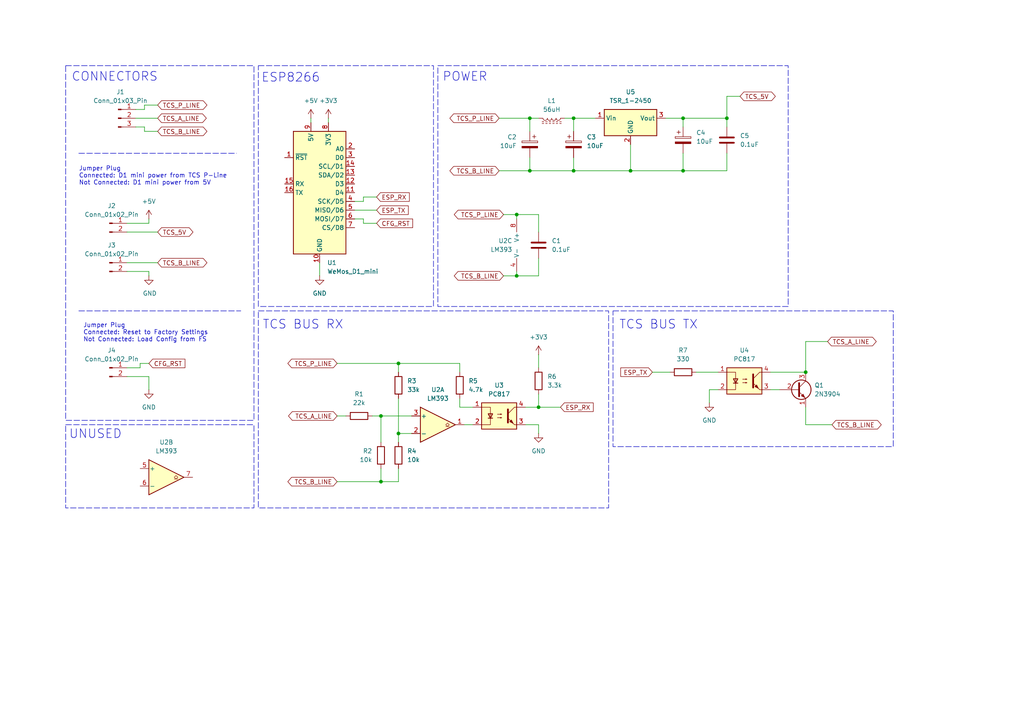
<source format=kicad_sch>
(kicad_sch (version 20231120) (generator "eeschema") (generator_version "8.0")
  (paper "A4")
  (lib_symbols
    (symbol "Comparator:LM393" (pin_names (offset 0.127))
      (property "Reference" "U" (at 3.81 3.81 0))
      (property "Value" "LM393" (at 6.35 -3.81 0))
      (symbol "LM393_1_1"
        (polyline (pts (xy -5.08 5.08) (xy 5.08 0) (xy -5.08 -5.08) (xy -5.08 5.08)) (stroke (width 0.254)) (fill (type background)))
        (polyline (pts (xy 3.302 -0.508) (xy 2.794 -0.508) (xy 3.302 0) (xy 2.794 0.508) (xy 2.286 0) (xy 2.794 -0.508) (xy 2.286 -0.508)) (stroke (width 0.127)))
        (pin open_collector line (at 7.62 0 180) (length 2.54) (name "~") (number "1"))
        (pin input line (at -7.62 -2.54 0) (length 2.54) (name "-") (number "2"))
        (pin input line (at -7.62 2.54 0) (length 2.54) (name "+") (number "3"))
      )
      (symbol "LM393_2_1"
        (polyline (pts (xy -5.08 5.08) (xy 5.08 0) (xy -5.08 -5.08) (xy -5.08 5.08)) (stroke (width 0.254)) (fill (type background)))
        (polyline (pts (xy 3.302 -0.508) (xy 2.794 -0.508) (xy 3.302 0) (xy 2.794 0.508) (xy 2.286 0) (xy 2.794 -0.508) (xy 2.286 -0.508)) (stroke (width 0.127)))
        (pin input line (at -7.62 2.54 0) (length 2.54) (name "+") (number "5"))
        (pin input line (at -7.62 -2.54 0) (length 2.54) (name "-") (number "6"))
        (pin open_collector line (at 7.62 0 180) (length 2.54) (name "~") (number "7"))
      )
      (symbol "LM393_3_1"
        (pin power_in line (at -2.54 -7.62 90) (length 3.81) (name "V-") (number "4"))
        (pin power_in line (at -2.54 7.62 270) (length 3.81) (name "V+") (number "8"))
      )
    )
    (symbol "Connector:Conn_01x02_Pin" (pin_names (offset 1.016) hide)
      (property "Reference" "J" (at 0 2.54 0))
      (property "Value" "Conn_01x02_Pin" (at 0 -5.08 0))
      (symbol "Conn_01x02_Pin_1_1"
        (polyline (pts (xy 1.27 -2.54) (xy 0.8636 -2.54)) (stroke (width 0.1524)))
        (polyline (pts (xy 1.27 0) (xy 0.8636 0)) (stroke (width 0.1524)))
        (rectangle (start 0.8636 -2.413) (end 0 -2.667) (stroke (width 0.1524)) (fill (type outline)))
        (rectangle (start 0.8636 0.127) (end 0 -0.127) (stroke (width 0.1524)) (fill (type outline)))
        (pin passive line (at 5.08 0 180) (length 3.81) (name "Pin_1") (number "1"))
        (pin passive line (at 5.08 -2.54 180) (length 3.81) (name "Pin_2") (number "2"))
      )
    )
    (symbol "Connector:Conn_01x03_Pin" (pin_names (offset 1.016) hide)
      (property "Reference" "J" (at 0 5.08 0))
      (property "Value" "Conn_01x03_Pin" (at 0 -5.08 0))
      (symbol "Conn_01x03_Pin_1_1"
        (polyline (pts (xy 1.27 -2.54) (xy 0.8636 -2.54)) (stroke (width 0.1524)))
        (polyline (pts (xy 1.27 0) (xy 0.8636 0)) (stroke (width 0.1524)))
        (polyline (pts (xy 1.27 2.54) (xy 0.8636 2.54)) (stroke (width 0.1524)))
        (rectangle (start 0.8636 -2.413) (end 0 -2.667) (stroke (width 0.1524)) (fill (type outline)))
        (rectangle (start 0.8636 0.127) (end 0 -0.127) (stroke (width 0.1524)) (fill (type outline)))
        (rectangle (start 0.8636 2.667) (end 0 2.413) (stroke (width 0.1524)) (fill (type outline)))
        (pin passive line (at 5.08 2.54 180) (length 3.81) (name "Pin_1") (number "1"))
        (pin passive line (at 5.08 0 180) (length 3.81) (name "Pin_2") (number "2"))
        (pin passive line (at 5.08 -2.54 180) (length 3.81) (name "Pin_3") (number "3"))
      )
    )
    (symbol "Device:C" (pin_numbers hide) (pin_names (offset 0.254))
      (property "Reference" "C" (at 0.635 2.54 0))
      (property "Value" "C" (at 0.635 -2.54 0))
      (symbol "C_0_1"
        (polyline (pts (xy -2.032 -0.762) (xy 2.032 -0.762)) (stroke (width 0.508)))
        (polyline (pts (xy -2.032 0.762) (xy 2.032 0.762)) (stroke (width 0.508)))
      )
      (symbol "C_1_1"
        (pin passive line (at 0 3.81 270) (length 2.794) (name "~") (number "1"))
        (pin passive line (at 0 -3.81 90) (length 2.794) (name "~") (number "2"))
      )
    )
    (symbol "Device:C_Polarized" (pin_numbers hide) (pin_names (offset 0.254))
      (property "Reference" "C" (at 0.635 2.54 0))
      (property "Value" "C_Polarized" (at 0.635 -2.54 0))
      (symbol "C_Polarized_0_1"
        (rectangle (start -2.286 0.508) (end 2.286 1.016))
        (polyline (pts (xy -1.778 2.286) (xy -0.762 2.286)))
        (polyline (pts (xy -1.27 2.794) (xy -1.27 1.778)))
        (rectangle (start 2.286 -0.508) (end -2.286 -1.016) (fill (type outline)))
      )
      (symbol "C_Polarized_1_1"
        (pin passive line (at 0 3.81 270) (length 2.794) (name "~") (number "1"))
        (pin passive line (at 0 -3.81 90) (length 2.794) (name "~") (number "2"))
      )
    )
    (symbol "Device:L_Ferrite" (pin_numbers hide) (pin_names (offset 1.016) hide)
      (property "Reference" "L" (at -1.27 0 90))
      (property "Value" "L_Ferrite" (at 2.794 0 90))
      (symbol "L_Ferrite_0_1"
        (arc (start 0 -2.54) (mid 0.6323 -1.905) (end 0 -1.27))
        (arc (start 0 -1.27) (mid 0.6323 -0.635) (end 0 0))
        (polyline (pts (xy 1.016 -2.794) (xy 1.016 -2.286)))
        (polyline (pts (xy 1.016 -1.778) (xy 1.016 -1.27)))
        (polyline (pts (xy 1.016 -0.762) (xy 1.016 -0.254)))
        (polyline (pts (xy 1.016 0.254) (xy 1.016 0.762)))
        (polyline (pts (xy 1.016 1.27) (xy 1.016 1.778)))
        (polyline (pts (xy 1.016 2.286) (xy 1.016 2.794)))
        (polyline (pts (xy 1.524 -2.286) (xy 1.524 -2.794)))
        (polyline (pts (xy 1.524 -1.27) (xy 1.524 -1.778)))
        (polyline (pts (xy 1.524 -0.254) (xy 1.524 -0.762)))
        (polyline (pts (xy 1.524 0.762) (xy 1.524 0.254)))
        (polyline (pts (xy 1.524 1.778) (xy 1.524 1.27)))
        (polyline (pts (xy 1.524 2.794) (xy 1.524 2.286)))
        (arc (start 0 0) (mid 0.6323 0.635) (end 0 1.27))
        (arc (start 0 1.27) (mid 0.6323 1.905) (end 0 2.54))
      )
      (symbol "L_Ferrite_1_1"
        (pin passive line (at 0 3.81 270) (length 1.27) (name "1") (number "1"))
        (pin passive line (at 0 -3.81 90) (length 1.27) (name "2") (number "2"))
      )
    )
    (symbol "Device:R" (pin_numbers hide) (pin_names (offset 0))
      (property "Reference" "R" (at 2.032 0 90))
      (property "Value" "R" (at 0 0 90))
      (symbol "R_0_1"
        (rectangle (start -1.016 -2.54) (end 1.016 2.54) (stroke (width 0.254)))
      )
      (symbol "R_1_1"
        (pin passive line (at 0 3.81 270) (length 1.27) (name "~") (number "1"))
        (pin passive line (at 0 -3.81 90) (length 1.27) (name "~") (number "2"))
      )
    )
    (symbol "Isolator:PC817" (pin_names (offset 1.016))
      (property "Reference" "U" (at -5.08 5.08 0))
      (property "Value" "PC817" (at 0 5.08 0))
      (symbol "PC817_0_1"
        (rectangle (start -5.08 3.81) (end 5.08 -3.81) (stroke (width 0.254)) (fill (type background)))
        (polyline (pts (xy -3.175 -0.635) (xy -1.905 -0.635)) (stroke (width 0.254)))
        (polyline (pts (xy 2.54 0.635) (xy 4.445 2.54)))
        (polyline (pts (xy 4.445 -2.54) (xy 2.54 -0.635)) (fill (type outline)))
        (polyline (pts (xy 4.445 -2.54) (xy 5.08 -2.54)))
        (polyline (pts (xy 4.445 2.54) (xy 5.08 2.54)))
        (polyline (pts (xy -5.08 2.54) (xy -2.54 2.54) (xy -2.54 -0.635)))
        (polyline (pts (xy -2.54 -0.635) (xy -2.54 -2.54) (xy -5.08 -2.54)))
        (polyline (pts (xy 2.54 1.905) (xy 2.54 -1.905) (xy 2.54 -1.905)) (stroke (width 0.508)))
        (polyline (pts (xy -2.54 -0.635) (xy -3.175 0.635) (xy -1.905 0.635) (xy -2.54 -0.635)) (stroke (width 0.254)))
        (polyline (pts (xy -0.508 -0.508) (xy 0.762 -0.508) (xy 0.381 -0.635) (xy 0.381 -0.381) (xy 0.762 -0.508)))
        (polyline (pts (xy -0.508 0.508) (xy 0.762 0.508) (xy 0.381 0.381) (xy 0.381 0.635) (xy 0.762 0.508)))
        (polyline (pts (xy 3.048 -1.651) (xy 3.556 -1.143) (xy 4.064 -2.159) (xy 3.048 -1.651) (xy 3.048 -1.651)) (fill (type outline)))
      )
      (symbol "PC817_1_1"
        (pin passive line (at -7.62 2.54 0) (length 2.54) (name "~") (number "1"))
        (pin passive line (at -7.62 -2.54 0) (length 2.54) (name "~") (number "2"))
        (pin passive line (at 7.62 -2.54 180) (length 2.54) (name "~") (number "3"))
        (pin passive line (at 7.62 2.54 180) (length 2.54) (name "~") (number "4"))
      )
    )
    (symbol "MCU_Module:WeMos_D1_mini"
      (property "Reference" "U" (at 3.81 19.05 0))
      (property "Value" "WeMos_D1_mini" (at 1.27 -19.05 0))
      (symbol "WeMos_D1_mini_1_1"
        (rectangle (start -7.62 17.78) (end 7.62 -17.78) (stroke (width 0.254)) (fill (type background)))
        (pin input line (at -10.16 10.16 0) (length 2.54) (name "~{RST}") (number "1"))
        (pin power_in line (at 0 -20.32 90) (length 2.54) (name "GND") (number "10"))
        (pin bidirectional line (at 10.16 0 180) (length 2.54) (name "D4") (number "11"))
        (pin bidirectional line (at 10.16 2.54 180) (length 2.54) (name "D3") (number "12"))
        (pin bidirectional line (at 10.16 5.08 180) (length 2.54) (name "SDA/D2") (number "13"))
        (pin bidirectional line (at 10.16 7.62 180) (length 2.54) (name "SCL/D1") (number "14"))
        (pin input line (at -10.16 2.54 0) (length 2.54) (name "RX") (number "15"))
        (pin output line (at -10.16 0 0) (length 2.54) (name "TX") (number "16"))
        (pin input line (at 10.16 12.7 180) (length 2.54) (name "A0") (number "2"))
        (pin bidirectional line (at 10.16 10.16 180) (length 2.54) (name "D0") (number "3"))
        (pin bidirectional line (at 10.16 -2.54 180) (length 2.54) (name "SCK/D5") (number "4"))
        (pin bidirectional line (at 10.16 -5.08 180) (length 2.54) (name "MISO/D6") (number "5"))
        (pin bidirectional line (at 10.16 -7.62 180) (length 2.54) (name "MOSI/D7") (number "6"))
        (pin bidirectional line (at 10.16 -10.16 180) (length 2.54) (name "CS/D8") (number "7"))
        (pin power_out line (at 2.54 20.32 270) (length 2.54) (name "3V3") (number "8"))
        (pin power_in line (at -2.54 20.32 270) (length 2.54) (name "5V") (number "9"))
      )
    )
    (symbol "Regulator_Switching:TSR_1-2450"
      (property "Reference" "U" (at -7.62 6.35 0))
      (property "Value" "TSR_1-2450" (at -1.27 6.35 0))
      (symbol "TSR_1-2450_0_1"
        (rectangle (start -7.62 5.08) (end 7.62 -2.54) (stroke (width 0.254)) (fill (type background)))
      )
      (symbol "TSR_1-2450_1_1"
        (pin power_in line (at -10.16 2.54 0) (length 2.54) (name "Vin") (number "1"))
        (pin power_in line (at 0 -5.08 90) (length 2.54) (name "GND") (number "2"))
        (pin power_out line (at 10.16 2.54 180) (length 2.54) (name "Vout") (number "3"))
      )
    )
    (symbol "Transistor_BJT:2N3904" (pin_names (offset 0) hide)
      (property "Reference" "Q" (at 5.08 1.905 0))
      (property "Value" "2N3904" (at 5.08 0 0))
      (symbol "2N3904_0_1"
        (polyline (pts (xy 0.635 0.635) (xy 2.54 2.54)))
        (polyline (pts (xy 0.635 -0.635) (xy 2.54 -2.54) (xy 2.54 -2.54)))
        (polyline (pts (xy 0.635 1.905) (xy 0.635 -1.905) (xy 0.635 -1.905)) (stroke (width 0.508)))
        (polyline (pts (xy 1.27 -1.778) (xy 1.778 -1.27) (xy 2.286 -2.286) (xy 1.27 -1.778) (xy 1.27 -1.778)) (fill (type outline)))
        (circle (center 1.27 0) (radius 2.8194) (stroke (width 0.254)))
      )
      (symbol "2N3904_1_1"
        (pin passive line (at 2.54 -5.08 90) (length 2.54) (name "E") (number "1"))
        (pin passive line (at -5.08 0 0) (length 5.715) (name "B") (number "2"))
        (pin passive line (at 2.54 5.08 270) (length 2.54) (name "C") (number "3"))
      )
    )
    (symbol "power:+3V3" (power) (pin_numbers hide) (pin_names (offset 0) hide)
      (property "Value" "+3V3" (at 0 3.556 0))
      (symbol "+3V3_0_1"
        (polyline (pts (xy -0.762 1.27) (xy 0 2.54)))
        (polyline (pts (xy 0 0) (xy 0 2.54)))
        (polyline (pts (xy 0 2.54) (xy 0.762 1.27)))
      )
      (symbol "+3V3_1_1"
        (pin power_in line (at 0 0 90) (length 0) (name "~") (number "1"))
      )
    )
    (symbol "power:+5V" (power) (pin_numbers hide) (pin_names (offset 0) hide)
      (property "Value" "+5V" (at 0 3.556 0))
      (symbol "+5V_0_1"
        (polyline (pts (xy -0.762 1.27) (xy 0 2.54)))
        (polyline (pts (xy 0 0) (xy 0 2.54)))
        (polyline (pts (xy 0 2.54) (xy 0.762 1.27)))
      )
      (symbol "+5V_1_1"
        (pin power_in line (at 0 0 90) (length 0) (name "~") (number "1"))
      )
    )
    (symbol "power:GND" (power) (pin_numbers hide) (pin_names (offset 0) hide)
      (property "Value" "GND" (at 0 -3.81 0))
      (symbol "GND_0_1"
        (polyline (pts (xy 0 0) (xy 0 -1.27) (xy 1.27 -1.27) (xy 0 -2.54) (xy -1.27 -1.27) (xy 0 -1.27)))
      )
      (symbol "GND_1_1"
        (pin power_in line (at 0 0 270) (length 0) (name "~") (number "1"))
      )
    )
  )
  (junction (at 210.82 34.29))
  (junction (at 149.86 80.01))
  (junction (at 110.49 139.7))
  (junction (at 153.67 49.53))
  (junction (at 149.86 62.23))
  (junction (at 153.67 34.29))
  (junction (at 198.12 34.29))
  (junction (at 166.37 34.29))
  (junction (at 198.12 49.53))
  (junction (at 182.88 49.53))
  (junction (at 156.21 118.11))
  (junction (at 115.57 105.41))
  (junction (at 115.57 125.73))
  (junction (at 110.49 120.65))
  (junction (at 233.68 107.95))
  (junction (at 166.37 49.53))
  (wire (pts (xy 153.67 49.53) (xy 166.37 49.53)))
  (wire (pts (xy 41.91 36.83) (xy 41.91 38.1)))
  (wire (pts (xy 105.41 64.77) (xy 109.22 64.77)))
  (wire (pts (xy 156.21 118.11) (xy 162.56 118.11)))
  (wire (pts (xy 115.57 139.7) (xy 115.57 135.89)))
  (wire (pts (xy 152.4 123.19) (xy 156.21 123.19)))
  (polyline (pts (xy 22.86 44.45) (xy 68.58 44.45)) (stroke (width 0) (type dash)))
  (wire (pts (xy 156.21 118.11) (xy 156.21 114.3)))
  (wire (pts (xy 146.05 62.23) (xy 149.86 62.23)))
  (wire (pts (xy 115.57 105.41) (xy 133.35 105.41)))
  (wire (pts (xy 198.12 34.29) (xy 210.82 34.29)))
  (wire (pts (xy 153.67 49.53) (xy 153.67 45.72)))
  (wire (pts (xy 233.68 99.06) (xy 233.68 107.95)))
  (wire (pts (xy 119.38 125.73) (xy 115.57 125.73)))
  (wire (pts (xy 166.37 34.29) (xy 172.72 34.29)))
  (wire (pts (xy 189.23 107.95) (xy 194.31 107.95)))
  (wire (pts (xy 95.25 34.29) (xy 95.25 35.56)))
  (wire (pts (xy 210.82 44.45) (xy 210.82 49.53)))
  (wire (pts (xy 115.57 107.95) (xy 115.57 105.41)))
  (wire (pts (xy 43.18 78.74) (xy 43.18 80.01)))
  (wire (pts (xy 110.49 139.7) (xy 110.49 135.89)))
  (wire (pts (xy 43.18 109.22) (xy 43.18 113.03)))
  (wire (pts (xy 223.52 113.03) (xy 226.06 113.03)))
  (wire (pts (xy 41.91 30.48) (xy 45.72 30.48)))
  (wire (pts (xy 149.86 62.23) (xy 156.21 62.23)))
  (wire (pts (xy 115.57 115.57) (xy 115.57 125.73)))
  (wire (pts (xy 149.86 78.74) (xy 149.86 80.01)))
  (wire (pts (xy 36.83 64.77) (xy 43.18 64.77)))
  (wire (pts (xy 97.79 139.7) (xy 110.49 139.7)))
  (wire (pts (xy 97.79 120.65) (xy 100.33 120.65)))
  (wire (pts (xy 149.86 63.5) (xy 149.86 62.23)))
  (wire (pts (xy 153.67 34.29) (xy 156.21 34.29)))
  (wire (pts (xy 208.28 113.03) (xy 205.74 113.03)))
  (wire (pts (xy 102.87 58.42) (xy 105.41 58.42)))
  (wire (pts (xy 110.49 120.65) (xy 110.49 128.27)))
  (wire (pts (xy 134.62 123.19) (xy 137.16 123.19)))
  (wire (pts (xy 146.05 80.01) (xy 149.86 80.01)))
  (wire (pts (xy 144.78 49.53) (xy 153.67 49.53)))
  (wire (pts (xy 144.78 34.29) (xy 153.67 34.29)))
  (wire (pts (xy 102.87 63.5) (xy 105.41 63.5)))
  (wire (pts (xy 43.18 64.77) (xy 43.18 63.5)))
  (wire (pts (xy 233.68 118.11) (xy 233.68 123.19)))
  (wire (pts (xy 198.12 49.53) (xy 210.82 49.53)))
  (wire (pts (xy 182.88 41.91) (xy 182.88 49.53)))
  (wire (pts (xy 102.87 60.96) (xy 109.22 60.96)))
  (wire (pts (xy 153.67 34.29) (xy 153.67 38.1)))
  (wire (pts (xy 156.21 123.19) (xy 156.21 125.73)))
  (wire (pts (xy 107.95 120.65) (xy 110.49 120.65)))
  (polyline (pts (xy 22.86 90.17) (xy 69.85 90.17)) (stroke (width 0) (type dash)))
  (wire (pts (xy 133.35 105.41) (xy 133.35 107.95)))
  (wire (pts (xy 198.12 44.45) (xy 198.12 49.53)))
  (wire (pts (xy 210.82 34.29) (xy 210.82 36.83)))
  (wire (pts (xy 166.37 34.29) (xy 166.37 38.1)))
  (wire (pts (xy 36.83 67.31) (xy 45.72 67.31)))
  (wire (pts (xy 115.57 125.73) (xy 115.57 128.27)))
  (wire (pts (xy 156.21 74.93) (xy 156.21 80.01)))
  (wire (pts (xy 133.35 118.11) (xy 137.16 118.11)))
  (wire (pts (xy 166.37 49.53) (xy 182.88 49.53)))
  (wire (pts (xy 233.68 123.19) (xy 241.3 123.19)))
  (wire (pts (xy 223.52 107.95) (xy 233.68 107.95)))
  (wire (pts (xy 105.41 58.42) (xy 105.41 57.15)))
  (wire (pts (xy 41.91 30.48) (xy 41.91 31.75)))
  (wire (pts (xy 205.74 113.03) (xy 205.74 116.84)))
  (wire (pts (xy 92.71 76.2) (xy 92.71 80.01)))
  (wire (pts (xy 240.03 99.06) (xy 233.68 99.06)))
  (wire (pts (xy 198.12 34.29) (xy 198.12 36.83)))
  (wire (pts (xy 90.17 34.29) (xy 90.17 35.56)))
  (wire (pts (xy 36.83 109.22) (xy 43.18 109.22)))
  (wire (pts (xy 156.21 102.87) (xy 156.21 106.68)))
  (wire (pts (xy 115.57 105.41) (xy 97.79 105.41)))
  (wire (pts (xy 163.83 34.29) (xy 166.37 34.29)))
  (wire (pts (xy 40.64 105.41) (xy 43.18 105.41)))
  (wire (pts (xy 193.04 34.29) (xy 198.12 34.29)))
  (wire (pts (xy 36.83 106.68) (xy 40.64 106.68)))
  (wire (pts (xy 36.83 76.2) (xy 45.72 76.2)))
  (wire (pts (xy 110.49 120.65) (xy 119.38 120.65)))
  (wire (pts (xy 41.91 38.1) (xy 45.72 38.1)))
  (wire (pts (xy 149.86 80.01) (xy 156.21 80.01)))
  (wire (pts (xy 166.37 49.53) (xy 166.37 45.72)))
  (wire (pts (xy 156.21 67.31) (xy 156.21 62.23)))
  (wire (pts (xy 105.41 57.15) (xy 109.22 57.15)))
  (wire (pts (xy 39.37 34.29) (xy 45.72 34.29)))
  (wire (pts (xy 110.49 139.7) (xy 115.57 139.7)))
  (wire (pts (xy 133.35 115.57) (xy 133.35 118.11)))
  (wire (pts (xy 210.82 27.94) (xy 210.82 34.29)))
  (wire (pts (xy 40.64 106.68) (xy 40.64 105.41)))
  (wire (pts (xy 105.41 63.5) (xy 105.41 64.77)))
  (wire (pts (xy 152.4 118.11) (xy 156.21 118.11)))
  (wire (pts (xy 36.83 78.74) (xy 43.18 78.74)))
  (wire (pts (xy 41.91 31.75) (xy 39.37 31.75)))
  (wire (pts (xy 39.37 36.83) (xy 41.91 36.83)))
  (wire (pts (xy 201.93 107.95) (xy 208.28 107.95)))
  (wire (pts (xy 210.82 27.94) (xy 214.63 27.94)))
  (wire (pts (xy 182.88 49.53) (xy 198.12 49.53)))
  (rectangle (start 19.05 123.19) (end 73.66 147.32) (stroke (width 0) (type dash)))
  (rectangle (start 74.93 90.17) (end 176.53 147.32) (stroke (width 0) (type dash)))
  (rectangle (start 74.93 19.05) (end 125.73 88.9) (stroke (width 0) (type dash)))
  (rectangle (start 127 19.05) (end 228.6 88.9) (stroke (width 0) (type dash)))
  (rectangle (start 177.8 90.17) (end 259.08 129.54) (stroke (width 0) (type dash)))
  (rectangle (start 19.05 19.05) (end 73.66 121.92) (stroke (width 0) (type dash)))
  (text "TCS BUS TX" (at 191.008 94.234 0) (effects (font (size 2.54 2.54))))
  (text "UNUSED" (at 27.686 125.984 0) (effects (font (size 2.54 2.54))))
  (text "TCS BUS RX" (at 87.884 94.234 0) (effects (font (size 2.54 2.54))))
  (text "Jumper Plug\nConnected: Reset to Factory Settings\nNot Connected: Load Config from FS" (at 24.13 96.52 0) (effects (font (size 1.27 1.27)) (justify left)))
  (text "ESP8266" (at 84.328 22.606 0) (effects (font (size 2.54 2.54))))
  (text "Jumper Plug\nConnected: D1 mini power from TCS P-Line\nNot Connected: D1 mini power from 5V" (at 22.86 51.054 0) (effects (font (size 1.27 1.27)) (justify left)))
  (text "POWER" (at 134.874 22.352 0) (effects (font (size 2.54 2.54))))
  (text "CONNECTORS" (exclude_from_sim yes) (at 33.274 22.352 0) (effects (font (size 2.54 2.54))))
  (global_label "TCS_P_LINE" (shape bidirectional) (at 97.79 105.41 180) (property "Intersheetrefs" "${INTERSHEET_REFS}" (effects (hide yes))))
  (global_label "TCS_P_LINE" (shape bidirectional) (at 146.05 62.23 180) (property "Intersheetrefs" "${INTERSHEET_REFS}" (effects (hide yes))))
  (global_label "TCS_A_LINE" (shape bidirectional) (at 45.72 34.29 0) (property "Intersheetrefs" "${INTERSHEET_REFS}" (effects (hide yes))))
  (global_label "TCS_P_LINE" (shape bidirectional) (at 144.78 34.29 180) (property "Intersheetrefs" "${INTERSHEET_REFS}" (effects (hide yes))))
  (global_label "ESP_RX" (shape input) (at 109.22 57.15 0) (property "Intersheetrefs" "${INTERSHEET_REFS}" (effects (hide yes))))
  (global_label "TCS_B_LINE" (shape bidirectional) (at 144.78 49.53 180) (property "Intersheetrefs" "${INTERSHEET_REFS}" (effects (hide yes))))
  (global_label "TCS_5V" (shape bidirectional) (at 214.63 27.94 0) (property "Intersheetrefs" "${INTERSHEET_REFS}" (effects (hide yes))))
  (global_label "TCS_A_LINE" (shape bidirectional) (at 240.03 99.06 0) (property "Intersheetrefs" "${INTERSHEET_REFS}" (effects (hide yes))))
  (global_label "CFG_RST" (shape input) (at 109.22 64.77 0) (property "Intersheetrefs" "${INTERSHEET_REFS}" (effects (hide yes))))
  (global_label "TCS_5V" (shape bidirectional) (at 45.72 67.31 0) (property "Intersheetrefs" "${INTERSHEET_REFS}" (effects (hide yes))))
  (global_label "TCS_B_LINE" (shape bidirectional) (at 241.3 123.19 0) (property "Intersheetrefs" "${INTERSHEET_REFS}" (effects (hide yes))))
  (global_label "ESP_RX" (shape input) (at 162.56 118.11 0) (property "Intersheetrefs" "${INTERSHEET_REFS}" (effects (hide yes))))
  (global_label "TCS_B_LINE" (shape bidirectional) (at 146.05 80.01 180) (property "Intersheetrefs" "${INTERSHEET_REFS}" (effects (hide yes))))
  (global_label "TCS_B_LINE" (shape bidirectional) (at 45.72 38.1 0) (property "Intersheetrefs" "${INTERSHEET_REFS}" (effects (hide yes))))
  (global_label "TCS_A_LINE" (shape bidirectional) (at 97.79 120.65 180) (property "Intersheetrefs" "${INTERSHEET_REFS}" (effects (hide yes))))
  (global_label "ESP_TX" (shape input) (at 189.23 107.95 180) (property "Intersheetrefs" "${INTERSHEET_REFS}" (effects (hide yes))))
  (global_label "TCS_P_LINE" (shape bidirectional) (at 45.72 30.48 0) (property "Intersheetrefs" "${INTERSHEET_REFS}" (effects (hide yes))))
  (global_label "CFG_RST" (shape input) (at 43.18 105.41 0) (property "Intersheetrefs" "${INTERSHEET_REFS}" (effects (hide yes))))
  (global_label "TCS_B_LINE" (shape bidirectional) (at 97.79 139.7 180) (property "Intersheetrefs" "${INTERSHEET_REFS}" (effects (hide yes))))
  (global_label "ESP_TX" (shape input) (at 109.22 60.96 0) (property "Intersheetrefs" "${INTERSHEET_REFS}" (effects (hide yes))))
  (global_label "TCS_B_LINE" (shape bidirectional) (at 45.72 76.2 0) (property "Intersheetrefs" "${INTERSHEET_REFS}" (effects (hide yes))))
  (symbol (lib_id "power:GND") (at 156.21 125.73 0) (unit 1)
    (property "Reference" "#PWR04" (effects (hide yes)))
    (property "Value" "GND" (at 156.21 130.81 0))
    (property "Description" "Power symbol creates a global label with name \"GND\" , ground" (effects (hide yes)))
  )
  (symbol (lib_id "power:+5V") (at 43.18 63.5 0) (unit 1)
    (property "Reference" "#PWR010" (effects (hide yes)))
    (property "Value" "+5V" (at 43.18 58.42 0))
    (property "Description" "Power symbol creates a global label with name \"+5V\"" (effects (hide yes)))
  )
  (symbol (lib_id "power:+3V3") (at 95.25 34.29 0) (unit 1)
    (property "Reference" "#PWR08" (effects (hide yes)))
    (property "Value" "+3V3" (at 95.25 29.21 0))
    (property "Description" "Power symbol creates a global label with name \"+3V3\"" (effects (hide yes)))
  )
  (symbol (lib_id "power:GND") (at 205.74 116.84 0) (unit 1)
    (property "Reference" "#PWR06" (effects (hide yes)))
    (property "Value" "GND" (at 205.74 121.92 0))
    (property "Description" "Power symbol creates a global label with name \"GND\" , ground" (effects (hide yes)))
  )
  (symbol (lib_id "Device:R") (at 156.21 110.49 0) (unit 1)
    (property "Reference" "R6" (at 158.75 109.2199 0) (effects (justify left)))
    (property "Value" "3.3k" (at 158.75 111.7599 0) (effects (justify left)))
    (property "Description" "Resistor" (effects (hide yes)))
  )
  (symbol (lib_id "Device:C_Polarized") (at 198.12 40.64 0) (unit 1)
    (property "Reference" "C4" (at 201.93 38.4809 0) (effects (justify left)))
    (property "Value" "10uF" (at 201.93 41.0209 0) (effects (justify left)))
    (property "Description" "Polarized capacitor" (effects (hide yes)))
  )
  (symbol (lib_id "Device:R") (at 115.57 111.76 0) (unit 1)
    (property "Reference" "R3" (at 118.11 110.4899 0) (effects (justify left)))
    (property "Value" "33k" (at 118.11 113.0299 0) (effects (justify left)))
    (property "Description" "Resistor" (effects (hide yes)))
  )
  (symbol (lib_id "Comparator:LM393") (at 147.32 71.12 0) (mirror y) (unit 3)
    (property "Reference" "U2" (at 148.59 69.8499 0) (effects (justify left)))
    (property "Value" "LM393" (at 148.59 72.3899 0) (effects (justify left)))
    (property "Datasheet" "http://www.ti.com/lit/ds/symlink/lm393.pdf" (effects (hide yes)))
    (property "Description" "Low-Power, Low-Offset Voltage, Dual Comparators, DIP-8/SOIC-8/TO-99-8" (effects (hide yes)))
  )
  (symbol (lib_id "Device:C_Polarized") (at 153.67 41.91 0) (mirror y) (unit 1)
    (property "Reference" "C2" (at 149.86 39.7509 0) (effects (justify left)))
    (property "Value" "10uF" (at 149.86 42.2909 0) (effects (justify left)))
    (property "Description" "Polarized capacitor" (effects (hide yes)))
  )
  (symbol (lib_id "Connector:Conn_01x02_Pin") (at 31.75 76.2 0) (unit 1)
    (property "Reference" "J3" (at 32.385 71.12 0))
    (property "Value" "Conn_01x02_Pin" (at 32.385 73.66 0))
    (property "Description" "Generic connector, single row, 01x02, script generated" (effects (hide yes)))
  )
  (symbol (lib_id "Device:R") (at 104.14 120.65 90) (unit 1)
    (property "Reference" "R1" (at 104.14 114.3 90))
    (property "Value" "22k" (at 104.14 116.84 90))
    (property "Description" "Resistor" (effects (hide yes)))
  )
  (symbol (lib_id "Transistor_BJT:2N3904") (at 231.14 113.03 0) (unit 1)
    (property "Reference" "Q1" (at 236.22 111.7599 0) (effects (justify left)))
    (property "Value" "2N3904" (at 236.22 114.2999 0) (effects (justify left)))
    (property "Footprint" "Package_TO_SOT_THT:TO-92_Inline" (effects (hide yes)))
    (property "Datasheet" "https://www.onsemi.com/pub/Collateral/2N3903-D.PDF" (effects (hide yes)))
    (property "Description" "0.2A Ic, 40V Vce, Small Signal NPN Transistor, TO-92" (effects (hide yes)))
  )
  (symbol (lib_id "Device:C") (at 210.82 40.64 0) (mirror y) (unit 1)
    (property "Reference" "C5" (at 214.63 39.3699 0) (effects (justify right)))
    (property "Value" "0.1uF" (at 214.63 41.9099 0) (effects (justify right)))
    (property "Description" "Unpolarized capacitor" (effects (hide yes)))
  )
  (symbol (lib_id "power:GND") (at 43.18 113.03 0) (unit 1)
    (property "Reference" "#PWR09" (effects (hide yes)))
    (property "Value" "GND" (at 43.18 118.11 0))
    (property "Description" "Power symbol creates a global label with name \"GND\" , ground" (effects (hide yes)))
  )
  (symbol (lib_id "power:GND") (at 92.71 80.01 0) (unit 1)
    (property "Reference" "#PWR05" (effects (hide yes)))
    (property "Value" "GND" (at 92.71 85.09 0))
    (property "Description" "Power symbol creates a global label with name \"GND\" , ground" (effects (hide yes)))
  )
  (symbol (lib_id "Isolator:PC817") (at 215.9 110.49 0) (unit 1)
    (property "Reference" "U4" (at 215.9 101.6 0))
    (property "Value" "PC817" (at 215.9 104.14 0))
    (property "Footprint" "Package_DIP:DIP-4_W7.62mm" (effects (hide yes)))
    (property "Datasheet" "http://www.soselectronic.cz/a_info/resource/d/pc817.pdf" (effects (hide yes)))
    (property "Description" "DC Optocoupler, Vce 35V, CTR 50-300%, DIP-4" (effects (hide yes)))
  )
  (symbol (lib_id "Device:R") (at 115.57 132.08 0) (unit 1)
    (property "Reference" "R4" (at 118.11 130.8099 0) (effects (justify left)))
    (property "Value" "10k" (at 118.11 133.3499 0) (effects (justify left)))
    (property "Description" "Resistor" (effects (hide yes)))
  )
  (symbol (lib_id "Device:R") (at 133.35 111.76 0) (unit 1)
    (property "Reference" "R5" (at 135.89 110.4899 0) (effects (justify left)))
    (property "Value" "4.7k" (at 135.89 113.0299 0) (effects (justify left)))
    (property "Description" "Resistor" (effects (hide yes)))
  )
  (symbol (lib_id "MCU_Module:WeMos_D1_mini") (at 92.71 55.88 0) (unit 1)
    (property "Reference" "U1" (at 94.9041 76.2 0) (effects (justify left)))
    (property "Value" "WeMos_D1_mini" (at 94.9041 78.74 0) (effects (justify left)))
    (property "Footprint" "Module:WEMOS_D1_mini_light" (effects (hide yes)))
    (property "Datasheet" "https://wiki.wemos.cc/products:d1:d1_mini#documentation" (effects (hide yes)))
    (property "Description" "32-bit microcontroller module with WiFi" (effects (hide yes)))
  )
  (symbol (lib_id "Comparator:LM393") (at 48.26 138.43 0) (unit 2)
    (property "Reference" "U2" (at 48.26 128.27 0))
    (property "Value" "LM393" (at 48.26 130.81 0))
    (property "Datasheet" "http://www.ti.com/lit/ds/symlink/lm393.pdf" (effects (hide yes)))
    (property "Description" "Low-Power, Low-Offset Voltage, Dual Comparators, DIP-8/SOIC-8/TO-99-8" (effects (hide yes)))
  )
  (symbol (lib_id "Device:R") (at 110.49 132.08 0) (mirror y) (unit 1)
    (property "Reference" "R2" (at 107.95 130.8099 0) (effects (justify left)))
    (property "Value" "10k" (at 107.95 133.3499 0) (effects (justify left)))
    (property "Description" "Resistor" (effects (hide yes)))
  )
  (symbol (lib_id "Device:R") (at 198.12 107.95 90) (unit 1)
    (property "Reference" "R7" (at 198.12 101.6 90))
    (property "Value" "330" (at 198.12 104.14 90))
    (property "Description" "Resistor" (effects (hide yes)))
  )
  (symbol (lib_id "Device:L_Ferrite") (at 160.02 34.29 270) (unit 1)
    (property "Reference" "L1" (at 160.02 29.21 90))
    (property "Value" "56uH" (at 160.02 31.75 90))
    (property "Description" "Inductor with ferrite core" (effects (hide yes)))
  )
  (symbol (lib_id "power:+5V") (at 90.17 34.29 0) (unit 1)
    (property "Reference" "#PWR07" (effects (hide yes)))
    (property "Value" "+5V" (at 90.17 29.21 0))
    (property "Description" "Power symbol creates a global label with name \"+5V\"" (effects (hide yes)))
  )
  (symbol (lib_id "Device:C") (at 156.21 71.12 0) (mirror y) (unit 1)
    (property "Reference" "C1" (at 160.02 69.8499 0) (effects (justify right)))
    (property "Value" "0.1uF" (at 160.02 72.3899 0) (effects (justify right)))
    (property "Description" "Unpolarized capacitor" (effects (hide yes)))
  )
  (symbol (lib_id "Device:C_Polarized") (at 166.37 41.91 0) (unit 1)
    (property "Reference" "C3" (at 170.18 39.7509 0) (effects (justify left)))
    (property "Value" "10uF" (at 170.18 42.2909 0) (effects (justify left)))
    (property "Description" "Polarized capacitor" (effects (hide yes)))
  )
  (symbol (lib_id "Connector:Conn_01x03_Pin") (at 34.29 34.29 0) (unit 1)
    (property "Reference" "J1" (at 34.925 26.67 0))
    (property "Value" "Conn_01x03_Pin" (at 34.925 29.21 0))
    (property "Description" "Generic connector, single row, 01x03, script generated" (effects (hide yes)))
  )
  (symbol (lib_id "Comparator:LM393") (at 127 123.19 0) (unit 1)
    (property "Reference" "U2" (at 127 113.03 0))
    (property "Value" "LM393" (at 127 115.57 0))
    (property "Datasheet" "http://www.ti.com/lit/ds/symlink/lm393.pdf" (effects (hide yes)))
    (property "Description" "Low-Power, Low-Offset Voltage, Dual Comparators, DIP-8/SOIC-8/TO-99-8" (effects (hide yes)))
  )
  (symbol (lib_id "Isolator:PC817") (at 144.78 120.65 0) (unit 1)
    (property "Reference" "U3" (at 144.78 111.76 0))
    (property "Value" "PC817" (at 144.78 114.3 0))
    (property "Footprint" "Package_DIP:DIP-4_W7.62mm" (effects (hide yes)))
    (property "Datasheet" "http://www.soselectronic.cz/a_info/resource/d/pc817.pdf" (effects (hide yes)))
    (property "Description" "DC Optocoupler, Vce 35V, CTR 50-300%, DIP-4" (effects (hide yes)))
  )
  (symbol (lib_id "power:+3V3") (at 156.21 102.87 0) (unit 1)
    (property "Reference" "#PWR03" (effects (hide yes)))
    (property "Value" "+3V3" (at 156.21 97.79 0))
    (property "Description" "Power symbol creates a global label with name \"+3V3\"" (effects (hide yes)))
  )
  (symbol (lib_id "power:GND") (at 43.18 80.01 0) (unit 1)
    (property "Reference" "#PWR01" (effects (hide yes)))
    (property "Value" "GND" (at 43.434 85.09 0))
    (property "Description" "Power symbol creates a global label with name \"GND\" , ground" (effects (hide yes)))
  )
  (symbol (lib_id "Connector:Conn_01x02_Pin") (at 31.75 64.77 0) (unit 1)
    (property "Reference" "J2" (at 32.385 59.69 0))
    (property "Value" "Conn_01x02_Pin" (at 32.385 62.23 0))
    (property "Description" "Generic connector, single row, 01x02, script generated" (effects (hide yes)))
  )
  (symbol (lib_id "Regulator_Switching:TSR_1-2450") (at 182.88 36.83 0) (unit 1)
    (property "Reference" "U5" (at 182.88 26.67 0))
    (property "Value" "TSR_1-2450" (at 182.88 29.21 0))
    (property "Footprint" "Converter_DCDC:Converter_DCDC_TRACO_TSR-1_THT" (effects (hide yes)))
    (property "Datasheet" "http://www.tracopower.com/products/tsr1.pdf" (effects (hide yes)))
    (property "Description" "1A step-down regulator module, fixed 5V output voltage, 5-36V input voltage, -40°C to +85°C temperature range, TO-220 compatible LM78xx replacement" (effects (hide yes)))
  )
  (symbol (lib_id "Connector:Conn_01x02_Pin") (at 31.75 106.68 0) (unit 1)
    (property "Reference" "J4" (at 32.385 101.6 0))
    (property "Value" "Conn_01x02_Pin" (at 32.385 104.14 0))
    (property "Description" "Generic connector, single row, 01x02, script generated" (effects (hide yes)))
  )
)
</source>
